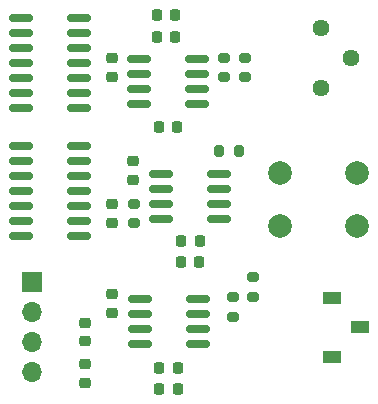
<source format=gts>
%TF.GenerationSoftware,KiCad,Pcbnew,8.0.7*%
%TF.CreationDate,2025-01-18T18:37:27+05:30*%
%TF.ProjectId,AOS16 Timer,414f5331-3620-4546-996d-65722e6b6963,rev?*%
%TF.SameCoordinates,Original*%
%TF.FileFunction,Soldermask,Top*%
%TF.FilePolarity,Negative*%
%FSLAX46Y46*%
G04 Gerber Fmt 4.6, Leading zero omitted, Abs format (unit mm)*
G04 Created by KiCad (PCBNEW 8.0.7) date 2025-01-18 18:37:27*
%MOMM*%
%LPD*%
G01*
G04 APERTURE LIST*
G04 Aperture macros list*
%AMRoundRect*
0 Rectangle with rounded corners*
0 $1 Rounding radius*
0 $2 $3 $4 $5 $6 $7 $8 $9 X,Y pos of 4 corners*
0 Add a 4 corners polygon primitive as box body*
4,1,4,$2,$3,$4,$5,$6,$7,$8,$9,$2,$3,0*
0 Add four circle primitives for the rounded corners*
1,1,$1+$1,$2,$3*
1,1,$1+$1,$4,$5*
1,1,$1+$1,$6,$7*
1,1,$1+$1,$8,$9*
0 Add four rect primitives between the rounded corners*
20,1,$1+$1,$2,$3,$4,$5,0*
20,1,$1+$1,$4,$5,$6,$7,0*
20,1,$1+$1,$6,$7,$8,$9,0*
20,1,$1+$1,$8,$9,$2,$3,0*%
G04 Aperture macros list end*
%ADD10RoundRect,0.218750X0.256250X-0.218750X0.256250X0.218750X-0.256250X0.218750X-0.256250X-0.218750X0*%
%ADD11RoundRect,0.150000X-0.825000X-0.150000X0.825000X-0.150000X0.825000X0.150000X-0.825000X0.150000X0*%
%ADD12RoundRect,0.225000X0.250000X-0.225000X0.250000X0.225000X-0.250000X0.225000X-0.250000X-0.225000X0*%
%ADD13RoundRect,0.225000X0.225000X0.250000X-0.225000X0.250000X-0.225000X-0.250000X0.225000X-0.250000X0*%
%ADD14RoundRect,0.200000X0.200000X0.275000X-0.200000X0.275000X-0.200000X-0.275000X0.200000X-0.275000X0*%
%ADD15RoundRect,0.225000X-0.250000X0.225000X-0.250000X-0.225000X0.250000X-0.225000X0.250000X0.225000X0*%
%ADD16RoundRect,0.150000X0.825000X0.150000X-0.825000X0.150000X-0.825000X-0.150000X0.825000X-0.150000X0*%
%ADD17R,1.600000X1.000000*%
%ADD18RoundRect,0.200000X-0.275000X0.200000X-0.275000X-0.200000X0.275000X-0.200000X0.275000X0.200000X0*%
%ADD19RoundRect,0.200000X0.275000X-0.200000X0.275000X0.200000X-0.275000X0.200000X-0.275000X-0.200000X0*%
%ADD20RoundRect,0.225000X-0.225000X-0.250000X0.225000X-0.250000X0.225000X0.250000X-0.225000X0.250000X0*%
%ADD21C,1.440000*%
%ADD22R,1.700000X1.700000*%
%ADD23O,1.700000X1.700000*%
%ADD24C,2.000000*%
G04 APERTURE END LIST*
D10*
%TO.C,D2*%
X78000000Y-87487500D03*
X78000000Y-85912500D03*
%TD*%
D11*
%TO.C,U1*%
X82525000Y-63595000D03*
X82525000Y-64865000D03*
X82525000Y-66135000D03*
X82525000Y-67405000D03*
X87475000Y-67405000D03*
X87475000Y-66135000D03*
X87475000Y-64865000D03*
X87475000Y-63595000D03*
%TD*%
D12*
%TO.C,C5*%
X82088300Y-73800000D03*
X82088300Y-72250000D03*
%TD*%
D13*
%TO.C,C3*%
X85600000Y-61700000D03*
X84050000Y-61700000D03*
%TD*%
D14*
%TO.C,R3*%
X91000000Y-71350000D03*
X89350000Y-71350000D03*
%TD*%
D12*
%TO.C,C1*%
X80285000Y-65075000D03*
X80285000Y-63525000D03*
%TD*%
D15*
%TO.C,C6*%
X80250000Y-75900000D03*
X80250000Y-77450000D03*
%TD*%
D16*
%TO.C,U3*%
X87563300Y-87705000D03*
X87563300Y-86435000D03*
X87563300Y-85165000D03*
X87563300Y-83895000D03*
X82613300Y-83895000D03*
X82613300Y-85165000D03*
X82613300Y-86435000D03*
X82613300Y-87705000D03*
%TD*%
D17*
%TO.C,S1*%
X98875000Y-83800000D03*
X101275000Y-86300000D03*
X98875000Y-88800000D03*
%TD*%
D13*
%TO.C,C2*%
X85800000Y-69300000D03*
X84250000Y-69300000D03*
%TD*%
D18*
%TO.C,R1*%
X89750000Y-63475000D03*
X89750000Y-65125000D03*
%TD*%
D10*
%TO.C,D1*%
X78000000Y-91000000D03*
X78000000Y-89425000D03*
%TD*%
D19*
%TO.C,R4*%
X82150000Y-77500000D03*
X82150000Y-75850000D03*
%TD*%
D20*
%TO.C,C8*%
X86138300Y-79000000D03*
X87688300Y-79000000D03*
%TD*%
D18*
%TO.C,R6*%
X90500000Y-83750000D03*
X90500000Y-85400000D03*
%TD*%
D16*
%TO.C,U5*%
X77475000Y-78560000D03*
X77475000Y-77290000D03*
X77475000Y-76020000D03*
X77475000Y-74750000D03*
X77475000Y-73480000D03*
X77475000Y-72210000D03*
X77475000Y-70940000D03*
X72525000Y-70940000D03*
X72525000Y-72210000D03*
X72525000Y-73480000D03*
X72525000Y-74750000D03*
X72525000Y-76020000D03*
X72525000Y-77290000D03*
X72525000Y-78560000D03*
%TD*%
D19*
%TO.C,R2*%
X91500000Y-65150000D03*
X91500000Y-63500000D03*
%TD*%
%TO.C,R5*%
X92225000Y-83725000D03*
X92225000Y-82075000D03*
%TD*%
D13*
%TO.C,C4*%
X85600000Y-59900000D03*
X84050000Y-59900000D03*
%TD*%
D21*
%TO.C,RV1*%
X97960000Y-66040000D03*
X100500000Y-63500000D03*
X97960000Y-60960000D03*
%TD*%
D15*
%TO.C,C9*%
X80288300Y-83505000D03*
X80288300Y-85055000D03*
%TD*%
D22*
%TO.C,J1*%
X73500000Y-82500000D03*
D23*
X73500000Y-85040000D03*
X73500000Y-87580000D03*
X73500000Y-90120000D03*
%TD*%
D16*
%TO.C,U2*%
X89363300Y-77105000D03*
X89363300Y-75835000D03*
X89363300Y-74565000D03*
X89363300Y-73295000D03*
X84413300Y-73295000D03*
X84413300Y-74565000D03*
X84413300Y-75835000D03*
X84413300Y-77105000D03*
%TD*%
D20*
%TO.C,C10*%
X84288300Y-89705000D03*
X85838300Y-89705000D03*
%TD*%
D24*
%TO.C,SW1*%
X101000000Y-77750000D03*
X94500000Y-77750000D03*
X101000000Y-73250000D03*
X94500000Y-73250000D03*
%TD*%
D20*
%TO.C,C7*%
X86113300Y-80800000D03*
X87663300Y-80800000D03*
%TD*%
%TO.C,C11*%
X84288300Y-91505000D03*
X85838300Y-91505000D03*
%TD*%
D16*
%TO.C,U4*%
X77475000Y-67710000D03*
X77475000Y-66440000D03*
X77475000Y-65170000D03*
X77475000Y-63900000D03*
X77475000Y-62630000D03*
X77475000Y-61360000D03*
X77475000Y-60090000D03*
X72525000Y-60090000D03*
X72525000Y-61360000D03*
X72525000Y-62630000D03*
X72525000Y-63900000D03*
X72525000Y-65170000D03*
X72525000Y-66440000D03*
X72525000Y-67710000D03*
%TD*%
M02*

</source>
